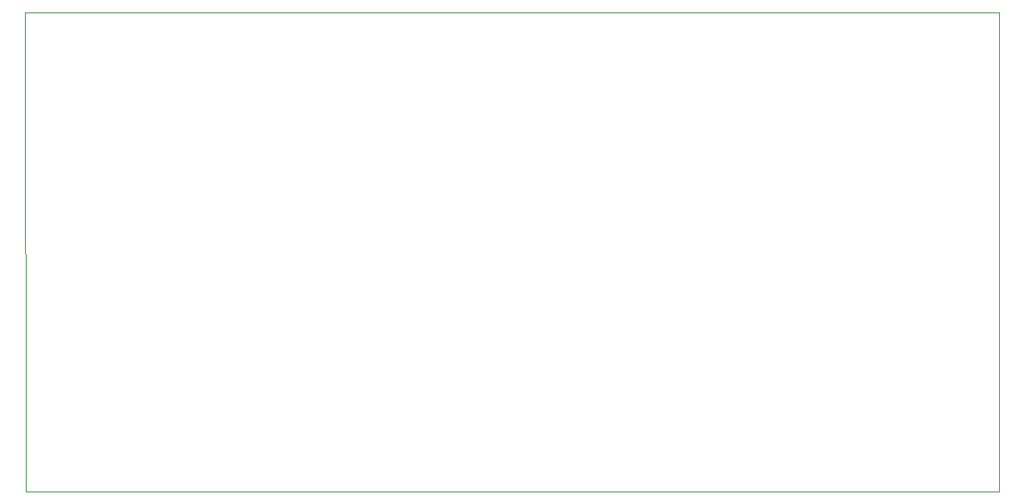
<source format=gbr>
%TF.GenerationSoftware,KiCad,Pcbnew,(5.1.9)-1*%
%TF.CreationDate,2021-04-12T00:41:26-05:00*%
%TF.ProjectId,KFChickenShim,4b464368-6963-46b6-956e-5368696d2e6b,rev?*%
%TF.SameCoordinates,Original*%
%TF.FileFunction,Profile,NP*%
%FSLAX46Y46*%
G04 Gerber Fmt 4.6, Leading zero omitted, Abs format (unit mm)*
G04 Created by KiCad (PCBNEW (5.1.9)-1) date 2021-04-12 00:41:26*
%MOMM*%
%LPD*%
G01*
G04 APERTURE LIST*
%TA.AperFunction,Profile*%
%ADD10C,0.050000*%
%TD*%
G04 APERTURE END LIST*
D10*
X31750000Y-96647000D02*
X31877000Y-145542000D01*
X130937000Y-96647000D02*
X31750000Y-96647000D01*
X130937000Y-145542000D02*
X130937000Y-96647000D01*
X31877000Y-145542000D02*
X130937000Y-145542000D01*
M02*

</source>
